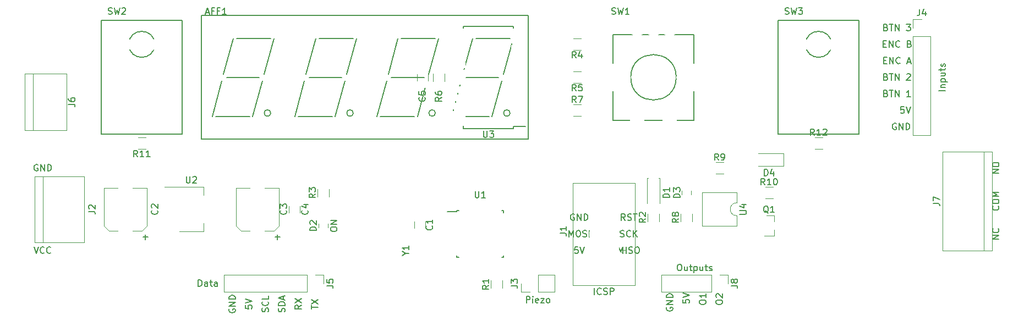
<source format=gto>
G04 #@! TF.FileFunction,Legend,Top*
%FSLAX46Y46*%
G04 Gerber Fmt 4.6, Leading zero omitted, Abs format (unit mm)*
G04 Created by KiCad (PCBNEW 4.0.7-e2-6376~58~ubuntu16.04.1) date Fri Oct 20 12:03:34 2017*
%MOMM*%
%LPD*%
G01*
G04 APERTURE LIST*
%ADD10C,0.100000*%
%ADD11C,0.200000*%
%ADD12C,0.150000*%
%ADD13C,0.120000*%
%ADD14C,2.900000*%
%ADD15C,3.400000*%
%ADD16R,2.432000X2.432000*%
%ADD17C,2.400000*%
%ADD18R,1.650000X1.400000*%
%ADD19R,2.127200X2.127200*%
%ADD20O,2.127200X2.127200*%
%ADD21R,3.400000X3.400000*%
%ADD22R,1.300000X1.200000*%
%ADD23R,1.700000X1.100000*%
%ADD24R,1.100000X1.700000*%
%ADD25C,1.924000*%
%ADD26R,2.400000X2.400000*%
%ADD27R,2.400000X1.000000*%
%ADD28R,1.600000X1.600000*%
%ADD29R,2.180000X2.400000*%
%ADD30R,2.400000X4.200000*%
%ADD31R,2.400000X1.900000*%
%ADD32R,2.100000X2.100000*%
%ADD33O,2.100000X2.100000*%
%ADD34R,2.000000X3.900000*%
%ADD35R,1.600000X1.300000*%
%ADD36R,1.300000X1.600000*%
%ADD37R,1.750000X0.800000*%
%ADD38O,1.350000X1.650000*%
%ADD39O,1.950000X1.400000*%
%ADD40C,4.400000*%
%ADD41R,2.300000X0.800000*%
%ADD42C,6.800000*%
%ADD43C,2.540000*%
%ADD44R,2.000000X0.950000*%
%ADD45R,0.950000X2.000000*%
G04 APERTURE END LIST*
D10*
D11*
X106132381Y2111571D02*
X106132381Y2302048D01*
X106180000Y2397286D01*
X106275238Y2492524D01*
X106465714Y2540143D01*
X106799048Y2540143D01*
X106989524Y2492524D01*
X107084762Y2397286D01*
X107132381Y2302048D01*
X107132381Y2111571D01*
X107084762Y2016333D01*
X106989524Y1921095D01*
X106799048Y1873476D01*
X106465714Y1873476D01*
X106275238Y1921095D01*
X106180000Y2016333D01*
X106132381Y2111571D01*
X106227619Y2921095D02*
X106180000Y2968714D01*
X106132381Y3063952D01*
X106132381Y3302048D01*
X106180000Y3397286D01*
X106227619Y3444905D01*
X106322857Y3492524D01*
X106418095Y3492524D01*
X106560952Y3444905D01*
X107132381Y2873476D01*
X107132381Y3492524D01*
X103592381Y2111571D02*
X103592381Y2302048D01*
X103640000Y2397286D01*
X103735238Y2492524D01*
X103925714Y2540143D01*
X104259048Y2540143D01*
X104449524Y2492524D01*
X104544762Y2397286D01*
X104592381Y2302048D01*
X104592381Y2111571D01*
X104544762Y2016333D01*
X104449524Y1921095D01*
X104259048Y1873476D01*
X103925714Y1873476D01*
X103735238Y1921095D01*
X103640000Y2016333D01*
X103592381Y2111571D01*
X104592381Y3492524D02*
X104592381Y2921095D01*
X104592381Y3206809D02*
X103592381Y3206809D01*
X103735238Y3111571D01*
X103830476Y3016333D01*
X103878095Y2921095D01*
X101052381Y2587762D02*
X101052381Y2111571D01*
X101528571Y2063952D01*
X101480952Y2111571D01*
X101433333Y2206809D01*
X101433333Y2444905D01*
X101480952Y2540143D01*
X101528571Y2587762D01*
X101623810Y2635381D01*
X101861905Y2635381D01*
X101957143Y2587762D01*
X102004762Y2540143D01*
X102052381Y2444905D01*
X102052381Y2206809D01*
X102004762Y2111571D01*
X101957143Y2063952D01*
X101052381Y2921095D02*
X102052381Y3254428D01*
X101052381Y3587762D01*
X98560000Y1397286D02*
X98512381Y1302048D01*
X98512381Y1159191D01*
X98560000Y1016333D01*
X98655238Y921095D01*
X98750476Y873476D01*
X98940952Y825857D01*
X99083810Y825857D01*
X99274286Y873476D01*
X99369524Y921095D01*
X99464762Y1016333D01*
X99512381Y1159191D01*
X99512381Y1254429D01*
X99464762Y1397286D01*
X99417143Y1444905D01*
X99083810Y1444905D01*
X99083810Y1254429D01*
X99512381Y1873476D02*
X98512381Y1873476D01*
X99512381Y2444905D01*
X98512381Y2444905D01*
X99512381Y2921095D02*
X98512381Y2921095D01*
X98512381Y3159190D01*
X98560000Y3302048D01*
X98655238Y3397286D01*
X98750476Y3444905D01*
X98940952Y3492524D01*
X99083810Y3492524D01*
X99274286Y3444905D01*
X99369524Y3397286D01*
X99464762Y3302048D01*
X99512381Y3159190D01*
X99512381Y2921095D01*
X46823381Y13350952D02*
X46823381Y13541429D01*
X46871000Y13636667D01*
X46966238Y13731905D01*
X47156714Y13779524D01*
X47490048Y13779524D01*
X47680524Y13731905D01*
X47775762Y13636667D01*
X47823381Y13541429D01*
X47823381Y13350952D01*
X47775762Y13255714D01*
X47680524Y13160476D01*
X47490048Y13112857D01*
X47156714Y13112857D01*
X46966238Y13160476D01*
X46871000Y13255714D01*
X46823381Y13350952D01*
X47823381Y14208095D02*
X46823381Y14208095D01*
X47823381Y14779524D01*
X46823381Y14779524D01*
X149677381Y22050476D02*
X148677381Y22050476D01*
X149677381Y22621905D01*
X148677381Y22621905D01*
X148677381Y23288571D02*
X148677381Y23479048D01*
X148725000Y23574286D01*
X148820238Y23669524D01*
X149010714Y23717143D01*
X149344048Y23717143D01*
X149534524Y23669524D01*
X149629762Y23574286D01*
X149677381Y23479048D01*
X149677381Y23288571D01*
X149629762Y23193333D01*
X149534524Y23098095D01*
X149344048Y23050476D01*
X149010714Y23050476D01*
X148820238Y23098095D01*
X148725000Y23193333D01*
X148677381Y23288571D01*
X149677381Y11914286D02*
X148677381Y11914286D01*
X149677381Y12485715D01*
X148677381Y12485715D01*
X149582143Y13533334D02*
X149629762Y13485715D01*
X149677381Y13342858D01*
X149677381Y13247620D01*
X149629762Y13104762D01*
X149534524Y13009524D01*
X149439286Y12961905D01*
X149248810Y12914286D01*
X149105952Y12914286D01*
X148915476Y12961905D01*
X148820238Y13009524D01*
X148725000Y13104762D01*
X148677381Y13247620D01*
X148677381Y13342858D01*
X148725000Y13485715D01*
X148772619Y13533334D01*
X149582143Y16994286D02*
X149629762Y16946667D01*
X149677381Y16803810D01*
X149677381Y16708572D01*
X149629762Y16565714D01*
X149534524Y16470476D01*
X149439286Y16422857D01*
X149248810Y16375238D01*
X149105952Y16375238D01*
X148915476Y16422857D01*
X148820238Y16470476D01*
X148725000Y16565714D01*
X148677381Y16708572D01*
X148677381Y16803810D01*
X148725000Y16946667D01*
X148772619Y16994286D01*
X148677381Y17613333D02*
X148677381Y17803810D01*
X148725000Y17899048D01*
X148820238Y17994286D01*
X149010714Y18041905D01*
X149344048Y18041905D01*
X149534524Y17994286D01*
X149629762Y17899048D01*
X149677381Y17803810D01*
X149677381Y17613333D01*
X149629762Y17518095D01*
X149534524Y17422857D01*
X149344048Y17375238D01*
X149010714Y17375238D01*
X148820238Y17422857D01*
X148725000Y17518095D01*
X148677381Y17613333D01*
X149677381Y18470476D02*
X148677381Y18470476D01*
X149391667Y18803810D01*
X148677381Y19137143D01*
X149677381Y19137143D01*
X1206667Y10707619D02*
X1540000Y9707619D01*
X1873334Y10707619D01*
X2778096Y9802857D02*
X2730477Y9755238D01*
X2587620Y9707619D01*
X2492382Y9707619D01*
X2349524Y9755238D01*
X2254286Y9850476D01*
X2206667Y9945714D01*
X2159048Y10136190D01*
X2159048Y10279048D01*
X2206667Y10469524D01*
X2254286Y10564762D01*
X2349524Y10660000D01*
X2492382Y10707619D01*
X2587620Y10707619D01*
X2730477Y10660000D01*
X2778096Y10612381D01*
X3778096Y9802857D02*
X3730477Y9755238D01*
X3587620Y9707619D01*
X3492382Y9707619D01*
X3349524Y9755238D01*
X3254286Y9850476D01*
X3206667Y9945714D01*
X3159048Y10136190D01*
X3159048Y10279048D01*
X3206667Y10469524D01*
X3254286Y10564762D01*
X3349524Y10660000D01*
X3492382Y10707619D01*
X3587620Y10707619D01*
X3730477Y10660000D01*
X3778096Y10612381D01*
X1778096Y23360000D02*
X1682858Y23407619D01*
X1540001Y23407619D01*
X1397143Y23360000D01*
X1301905Y23264762D01*
X1254286Y23169524D01*
X1206667Y22979048D01*
X1206667Y22836190D01*
X1254286Y22645714D01*
X1301905Y22550476D01*
X1397143Y22455238D01*
X1540001Y22407619D01*
X1635239Y22407619D01*
X1778096Y22455238D01*
X1825715Y22502857D01*
X1825715Y22836190D01*
X1635239Y22836190D01*
X2254286Y22407619D02*
X2254286Y23407619D01*
X2825715Y22407619D01*
X2825715Y23407619D01*
X3301905Y22407619D02*
X3301905Y23407619D01*
X3540000Y23407619D01*
X3682858Y23360000D01*
X3778096Y23264762D01*
X3825715Y23169524D01*
X3873334Y22979048D01*
X3873334Y22836190D01*
X3825715Y22645714D01*
X3778096Y22550476D01*
X3682858Y22455238D01*
X3540000Y22407619D01*
X3301905Y22407619D01*
X132294524Y44521429D02*
X132437381Y44473810D01*
X132485000Y44426190D01*
X132532619Y44330952D01*
X132532619Y44188095D01*
X132485000Y44092857D01*
X132437381Y44045238D01*
X132342143Y43997619D01*
X131961190Y43997619D01*
X131961190Y44997619D01*
X132294524Y44997619D01*
X132389762Y44950000D01*
X132437381Y44902381D01*
X132485000Y44807143D01*
X132485000Y44711905D01*
X132437381Y44616667D01*
X132389762Y44569048D01*
X132294524Y44521429D01*
X131961190Y44521429D01*
X132818333Y44997619D02*
X133389762Y44997619D01*
X133104047Y43997619D02*
X133104047Y44997619D01*
X133723095Y43997619D02*
X133723095Y44997619D01*
X134294524Y43997619D01*
X134294524Y44997619D01*
X135437381Y44997619D02*
X136056429Y44997619D01*
X135723095Y44616667D01*
X135865953Y44616667D01*
X135961191Y44569048D01*
X136008810Y44521429D01*
X136056429Y44426190D01*
X136056429Y44188095D01*
X136008810Y44092857D01*
X135961191Y44045238D01*
X135865953Y43997619D01*
X135580238Y43997619D01*
X135485000Y44045238D01*
X135437381Y44092857D01*
X131865952Y41981429D02*
X132199286Y41981429D01*
X132342143Y41457619D02*
X131865952Y41457619D01*
X131865952Y42457619D01*
X132342143Y42457619D01*
X132770714Y41457619D02*
X132770714Y42457619D01*
X133342143Y41457619D01*
X133342143Y42457619D01*
X134389762Y41552857D02*
X134342143Y41505238D01*
X134199286Y41457619D01*
X134104048Y41457619D01*
X133961190Y41505238D01*
X133865952Y41600476D01*
X133818333Y41695714D01*
X133770714Y41886190D01*
X133770714Y42029048D01*
X133818333Y42219524D01*
X133865952Y42314762D01*
X133961190Y42410000D01*
X134104048Y42457619D01*
X134199286Y42457619D01*
X134342143Y42410000D01*
X134389762Y42362381D01*
X135913572Y41981429D02*
X136056429Y41933810D01*
X136104048Y41886190D01*
X136151667Y41790952D01*
X136151667Y41648095D01*
X136104048Y41552857D01*
X136056429Y41505238D01*
X135961191Y41457619D01*
X135580238Y41457619D01*
X135580238Y42457619D01*
X135913572Y42457619D01*
X136008810Y42410000D01*
X136056429Y42362381D01*
X136104048Y42267143D01*
X136104048Y42171905D01*
X136056429Y42076667D01*
X136008810Y42029048D01*
X135913572Y41981429D01*
X135580238Y41981429D01*
X131937381Y39441429D02*
X132270715Y39441429D01*
X132413572Y38917619D02*
X131937381Y38917619D01*
X131937381Y39917619D01*
X132413572Y39917619D01*
X132842143Y38917619D02*
X132842143Y39917619D01*
X133413572Y38917619D01*
X133413572Y39917619D01*
X134461191Y39012857D02*
X134413572Y38965238D01*
X134270715Y38917619D01*
X134175477Y38917619D01*
X134032619Y38965238D01*
X133937381Y39060476D01*
X133889762Y39155714D01*
X133842143Y39346190D01*
X133842143Y39489048D01*
X133889762Y39679524D01*
X133937381Y39774762D01*
X134032619Y39870000D01*
X134175477Y39917619D01*
X134270715Y39917619D01*
X134413572Y39870000D01*
X134461191Y39822381D01*
X135604048Y39203333D02*
X136080239Y39203333D01*
X135508810Y38917619D02*
X135842143Y39917619D01*
X136175477Y38917619D01*
X132294524Y36901429D02*
X132437381Y36853810D01*
X132485000Y36806190D01*
X132532619Y36710952D01*
X132532619Y36568095D01*
X132485000Y36472857D01*
X132437381Y36425238D01*
X132342143Y36377619D01*
X131961190Y36377619D01*
X131961190Y37377619D01*
X132294524Y37377619D01*
X132389762Y37330000D01*
X132437381Y37282381D01*
X132485000Y37187143D01*
X132485000Y37091905D01*
X132437381Y36996667D01*
X132389762Y36949048D01*
X132294524Y36901429D01*
X131961190Y36901429D01*
X132818333Y37377619D02*
X133389762Y37377619D01*
X133104047Y36377619D02*
X133104047Y37377619D01*
X133723095Y36377619D02*
X133723095Y37377619D01*
X134294524Y36377619D01*
X134294524Y37377619D01*
X135485000Y37282381D02*
X135532619Y37330000D01*
X135627857Y37377619D01*
X135865953Y37377619D01*
X135961191Y37330000D01*
X136008810Y37282381D01*
X136056429Y37187143D01*
X136056429Y37091905D01*
X136008810Y36949048D01*
X135437381Y36377619D01*
X136056429Y36377619D01*
X132294524Y34361429D02*
X132437381Y34313810D01*
X132485000Y34266190D01*
X132532619Y34170952D01*
X132532619Y34028095D01*
X132485000Y33932857D01*
X132437381Y33885238D01*
X132342143Y33837619D01*
X131961190Y33837619D01*
X131961190Y34837619D01*
X132294524Y34837619D01*
X132389762Y34790000D01*
X132437381Y34742381D01*
X132485000Y34647143D01*
X132485000Y34551905D01*
X132437381Y34456667D01*
X132389762Y34409048D01*
X132294524Y34361429D01*
X131961190Y34361429D01*
X132818333Y34837619D02*
X133389762Y34837619D01*
X133104047Y33837619D02*
X133104047Y34837619D01*
X133723095Y33837619D02*
X133723095Y34837619D01*
X134294524Y33837619D01*
X134294524Y34837619D01*
X136056429Y33837619D02*
X135485000Y33837619D01*
X135770714Y33837619D02*
X135770714Y34837619D01*
X135675476Y34694762D01*
X135580238Y34599524D01*
X135485000Y34551905D01*
X133858096Y29710000D02*
X133762858Y29757619D01*
X133620001Y29757619D01*
X133477143Y29710000D01*
X133381905Y29614762D01*
X133334286Y29519524D01*
X133286667Y29329048D01*
X133286667Y29186190D01*
X133334286Y28995714D01*
X133381905Y28900476D01*
X133477143Y28805238D01*
X133620001Y28757619D01*
X133715239Y28757619D01*
X133858096Y28805238D01*
X133905715Y28852857D01*
X133905715Y29186190D01*
X133715239Y29186190D01*
X134334286Y28757619D02*
X134334286Y29757619D01*
X134905715Y28757619D01*
X134905715Y29757619D01*
X135381905Y28757619D02*
X135381905Y29757619D01*
X135620000Y29757619D01*
X135762858Y29710000D01*
X135858096Y29614762D01*
X135905715Y29519524D01*
X135953334Y29329048D01*
X135953334Y29186190D01*
X135905715Y28995714D01*
X135858096Y28900476D01*
X135762858Y28805238D01*
X135620000Y28757619D01*
X135381905Y28757619D01*
X135064524Y32297619D02*
X134588333Y32297619D01*
X134540714Y31821429D01*
X134588333Y31869048D01*
X134683571Y31916667D01*
X134921667Y31916667D01*
X135016905Y31869048D01*
X135064524Y31821429D01*
X135112143Y31726190D01*
X135112143Y31488095D01*
X135064524Y31392857D01*
X135016905Y31345238D01*
X134921667Y31297619D01*
X134683571Y31297619D01*
X134588333Y31345238D01*
X134540714Y31392857D01*
X135397857Y32297619D02*
X135731190Y31297619D01*
X136064524Y32297619D01*
X84899524Y10707619D02*
X84423333Y10707619D01*
X84375714Y10231429D01*
X84423333Y10279048D01*
X84518571Y10326667D01*
X84756667Y10326667D01*
X84851905Y10279048D01*
X84899524Y10231429D01*
X84947143Y10136190D01*
X84947143Y9898095D01*
X84899524Y9802857D01*
X84851905Y9755238D01*
X84756667Y9707619D01*
X84518571Y9707619D01*
X84423333Y9755238D01*
X84375714Y9802857D01*
X85232857Y10707619D02*
X85566190Y9707619D01*
X85899524Y10707619D01*
X83518572Y12247619D02*
X83518572Y13247619D01*
X83851906Y12533333D01*
X84185239Y13247619D01*
X84185239Y12247619D01*
X84851905Y13247619D02*
X85042382Y13247619D01*
X85137620Y13200000D01*
X85232858Y13104762D01*
X85280477Y12914286D01*
X85280477Y12580952D01*
X85232858Y12390476D01*
X85137620Y12295238D01*
X85042382Y12247619D01*
X84851905Y12247619D01*
X84756667Y12295238D01*
X84661429Y12390476D01*
X84613810Y12580952D01*
X84613810Y12914286D01*
X84661429Y13104762D01*
X84756667Y13200000D01*
X84851905Y13247619D01*
X85661429Y12295238D02*
X85804286Y12247619D01*
X86042382Y12247619D01*
X86137620Y12295238D01*
X86185239Y12342857D01*
X86232858Y12438095D01*
X86232858Y12533333D01*
X86185239Y12628571D01*
X86137620Y12676190D01*
X86042382Y12723810D01*
X85851905Y12771429D01*
X85756667Y12819048D01*
X85709048Y12866667D01*
X85661429Y12961905D01*
X85661429Y13057143D01*
X85709048Y13152381D01*
X85756667Y13200000D01*
X85851905Y13247619D01*
X86090001Y13247619D01*
X86232858Y13200000D01*
X86661429Y12247619D02*
X86661429Y13247619D01*
X84328096Y15740000D02*
X84232858Y15787619D01*
X84090001Y15787619D01*
X83947143Y15740000D01*
X83851905Y15644762D01*
X83804286Y15549524D01*
X83756667Y15359048D01*
X83756667Y15216190D01*
X83804286Y15025714D01*
X83851905Y14930476D01*
X83947143Y14835238D01*
X84090001Y14787619D01*
X84185239Y14787619D01*
X84328096Y14835238D01*
X84375715Y14882857D01*
X84375715Y15216190D01*
X84185239Y15216190D01*
X84804286Y14787619D02*
X84804286Y15787619D01*
X85375715Y14787619D01*
X85375715Y15787619D01*
X85851905Y14787619D02*
X85851905Y15787619D01*
X86090000Y15787619D01*
X86232858Y15740000D01*
X86328096Y15644762D01*
X86375715Y15549524D01*
X86423334Y15359048D01*
X86423334Y15216190D01*
X86375715Y15025714D01*
X86328096Y14930476D01*
X86232858Y14835238D01*
X86090000Y14787619D01*
X85851905Y14787619D01*
X91138572Y9707619D02*
X91138572Y10707619D01*
X91471906Y9993333D01*
X91805239Y10707619D01*
X91805239Y9707619D01*
X92281429Y9707619D02*
X92281429Y10707619D01*
X92710000Y9755238D02*
X92852857Y9707619D01*
X93090953Y9707619D01*
X93186191Y9755238D01*
X93233810Y9802857D01*
X93281429Y9898095D01*
X93281429Y9993333D01*
X93233810Y10088571D01*
X93186191Y10136190D01*
X93090953Y10183810D01*
X92900476Y10231429D01*
X92805238Y10279048D01*
X92757619Y10326667D01*
X92710000Y10421905D01*
X92710000Y10517143D01*
X92757619Y10612381D01*
X92805238Y10660000D01*
X92900476Y10707619D01*
X93138572Y10707619D01*
X93281429Y10660000D01*
X93900476Y10707619D02*
X94090953Y10707619D01*
X94186191Y10660000D01*
X94281429Y10564762D01*
X94329048Y10374286D01*
X94329048Y10040952D01*
X94281429Y9850476D01*
X94186191Y9755238D01*
X94090953Y9707619D01*
X93900476Y9707619D01*
X93805238Y9755238D01*
X93710000Y9850476D01*
X93662381Y10040952D01*
X93662381Y10374286D01*
X93710000Y10564762D01*
X93805238Y10660000D01*
X93900476Y10707619D01*
X91424286Y12295238D02*
X91567143Y12247619D01*
X91805239Y12247619D01*
X91900477Y12295238D01*
X91948096Y12342857D01*
X91995715Y12438095D01*
X91995715Y12533333D01*
X91948096Y12628571D01*
X91900477Y12676190D01*
X91805239Y12723810D01*
X91614762Y12771429D01*
X91519524Y12819048D01*
X91471905Y12866667D01*
X91424286Y12961905D01*
X91424286Y13057143D01*
X91471905Y13152381D01*
X91519524Y13200000D01*
X91614762Y13247619D01*
X91852858Y13247619D01*
X91995715Y13200000D01*
X92995715Y12342857D02*
X92948096Y12295238D01*
X92805239Y12247619D01*
X92710001Y12247619D01*
X92567143Y12295238D01*
X92471905Y12390476D01*
X92424286Y12485714D01*
X92376667Y12676190D01*
X92376667Y12819048D01*
X92424286Y13009524D01*
X92471905Y13104762D01*
X92567143Y13200000D01*
X92710001Y13247619D01*
X92805239Y13247619D01*
X92948096Y13200000D01*
X92995715Y13152381D01*
X93424286Y12247619D02*
X93424286Y13247619D01*
X93995715Y12247619D02*
X93567143Y12819048D01*
X93995715Y13247619D02*
X93424286Y12676190D01*
X92162381Y14787619D02*
X91829047Y15263810D01*
X91590952Y14787619D02*
X91590952Y15787619D01*
X91971905Y15787619D01*
X92067143Y15740000D01*
X92114762Y15692381D01*
X92162381Y15597143D01*
X92162381Y15454286D01*
X92114762Y15359048D01*
X92067143Y15311429D01*
X91971905Y15263810D01*
X91590952Y15263810D01*
X92543333Y14835238D02*
X92686190Y14787619D01*
X92924286Y14787619D01*
X93019524Y14835238D01*
X93067143Y14882857D01*
X93114762Y14978095D01*
X93114762Y15073333D01*
X93067143Y15168571D01*
X93019524Y15216190D01*
X92924286Y15263810D01*
X92733809Y15311429D01*
X92638571Y15359048D01*
X92590952Y15406667D01*
X92543333Y15501905D01*
X92543333Y15597143D01*
X92590952Y15692381D01*
X92638571Y15740000D01*
X92733809Y15787619D01*
X92971905Y15787619D01*
X93114762Y15740000D01*
X93400476Y15787619D02*
X93971905Y15787619D01*
X93686190Y14787619D02*
X93686190Y15787619D01*
X43902381Y1143095D02*
X43902381Y1714524D01*
X44902381Y1428809D02*
X43902381Y1428809D01*
X43902381Y1952619D02*
X44902381Y2619286D01*
X43902381Y2619286D02*
X44902381Y1952619D01*
X42362381Y1738334D02*
X41886190Y1405000D01*
X42362381Y1166905D02*
X41362381Y1166905D01*
X41362381Y1547858D01*
X41410000Y1643096D01*
X41457619Y1690715D01*
X41552857Y1738334D01*
X41695714Y1738334D01*
X41790952Y1690715D01*
X41838571Y1643096D01*
X41886190Y1547858D01*
X41886190Y1166905D01*
X41362381Y2071667D02*
X42362381Y2738334D01*
X41362381Y2738334D02*
X42362381Y2071667D01*
X39774762Y690714D02*
X39822381Y833571D01*
X39822381Y1071667D01*
X39774762Y1166905D01*
X39727143Y1214524D01*
X39631905Y1262143D01*
X39536667Y1262143D01*
X39441429Y1214524D01*
X39393810Y1166905D01*
X39346190Y1071667D01*
X39298571Y881190D01*
X39250952Y785952D01*
X39203333Y738333D01*
X39108095Y690714D01*
X39012857Y690714D01*
X38917619Y738333D01*
X38870000Y785952D01*
X38822381Y881190D01*
X38822381Y1119286D01*
X38870000Y1262143D01*
X39822381Y1690714D02*
X38822381Y1690714D01*
X38822381Y1928809D01*
X38870000Y2071667D01*
X38965238Y2166905D01*
X39060476Y2214524D01*
X39250952Y2262143D01*
X39393810Y2262143D01*
X39584286Y2214524D01*
X39679524Y2166905D01*
X39774762Y2071667D01*
X39822381Y1928809D01*
X39822381Y1690714D01*
X39536667Y2643095D02*
X39536667Y3119286D01*
X39822381Y2547857D02*
X38822381Y2881190D01*
X39822381Y3214524D01*
X37234762Y714524D02*
X37282381Y857381D01*
X37282381Y1095477D01*
X37234762Y1190715D01*
X37187143Y1238334D01*
X37091905Y1285953D01*
X36996667Y1285953D01*
X36901429Y1238334D01*
X36853810Y1190715D01*
X36806190Y1095477D01*
X36758571Y905000D01*
X36710952Y809762D01*
X36663333Y762143D01*
X36568095Y714524D01*
X36472857Y714524D01*
X36377619Y762143D01*
X36330000Y809762D01*
X36282381Y905000D01*
X36282381Y1143096D01*
X36330000Y1285953D01*
X37187143Y2285953D02*
X37234762Y2238334D01*
X37282381Y2095477D01*
X37282381Y2000239D01*
X37234762Y1857381D01*
X37139524Y1762143D01*
X37044286Y1714524D01*
X36853810Y1666905D01*
X36710952Y1666905D01*
X36520476Y1714524D01*
X36425238Y1762143D01*
X36330000Y1857381D01*
X36282381Y2000239D01*
X36282381Y2095477D01*
X36330000Y2238334D01*
X36377619Y2285953D01*
X37282381Y3190715D02*
X37282381Y2714524D01*
X36282381Y2714524D01*
X33742381Y1714524D02*
X33742381Y1238333D01*
X34218571Y1190714D01*
X34170952Y1238333D01*
X34123333Y1333571D01*
X34123333Y1571667D01*
X34170952Y1666905D01*
X34218571Y1714524D01*
X34313810Y1762143D01*
X34551905Y1762143D01*
X34647143Y1714524D01*
X34694762Y1666905D01*
X34742381Y1571667D01*
X34742381Y1333571D01*
X34694762Y1238333D01*
X34647143Y1190714D01*
X33742381Y2047857D02*
X34742381Y2381190D01*
X33742381Y2714524D01*
X31250000Y1143096D02*
X31202381Y1047858D01*
X31202381Y905001D01*
X31250000Y762143D01*
X31345238Y666905D01*
X31440476Y619286D01*
X31630952Y571667D01*
X31773810Y571667D01*
X31964286Y619286D01*
X32059524Y666905D01*
X32154762Y762143D01*
X32202381Y905001D01*
X32202381Y1000239D01*
X32154762Y1143096D01*
X32107143Y1190715D01*
X31773810Y1190715D01*
X31773810Y1000239D01*
X32202381Y1619286D02*
X31202381Y1619286D01*
X32202381Y2190715D01*
X31202381Y2190715D01*
X32202381Y2666905D02*
X31202381Y2666905D01*
X31202381Y2905000D01*
X31250000Y3047858D01*
X31345238Y3143096D01*
X31440476Y3190715D01*
X31630952Y3238334D01*
X31773810Y3238334D01*
X31964286Y3190715D01*
X32059524Y3143096D01*
X32154762Y3047858D01*
X32202381Y2905000D01*
X32202381Y2666905D01*
D12*
X77220000Y27330000D02*
X26920000Y27330000D01*
X26920000Y27330000D02*
X26920000Y46330000D01*
X26920000Y46330000D02*
X77220000Y46330000D01*
X77220000Y46330000D02*
X77220000Y27330000D01*
X67700000Y36830000D02*
X72700000Y36830000D01*
X65950000Y30830000D02*
X71200000Y30830000D01*
X73450000Y37330000D02*
X74950000Y42830000D01*
X71700000Y30830000D02*
X73200000Y36330000D01*
X67200000Y37330000D02*
X68700000Y42830000D01*
X65450000Y30830000D02*
X66950000Y36330000D01*
X69200000Y42830000D02*
X74450000Y42830000D01*
X30870000Y36830000D02*
X35870000Y36830000D01*
X29120000Y30830000D02*
X34370000Y30830000D01*
X36620000Y37330000D02*
X38120000Y42830000D01*
X34870000Y30830000D02*
X36370000Y36330000D01*
X30370000Y37330000D02*
X31870000Y42830000D01*
X28620000Y30830000D02*
X30120000Y36330000D01*
X32370000Y42830000D02*
X37620000Y42830000D01*
X45070000Y42830000D02*
X50320000Y42830000D01*
X41320000Y30830000D02*
X42820000Y36330000D01*
X43070000Y37330000D02*
X44570000Y42830000D01*
X47570000Y30830000D02*
X49070000Y36330000D01*
X49320000Y37330000D02*
X50820000Y42830000D01*
X41820000Y30830000D02*
X47070000Y30830000D01*
X43570000Y36830000D02*
X48570000Y36830000D01*
X61955000Y37330000D02*
X63455000Y42830000D01*
X57705000Y42830000D02*
X62955000Y42830000D01*
X55705000Y37330000D02*
X57205000Y42830000D01*
X56205000Y36830000D02*
X61205000Y36830000D01*
X54455000Y30830000D02*
X59705000Y30830000D01*
X53955000Y30830000D02*
X55455000Y36330000D01*
X60205000Y30830000D02*
X61705000Y36330000D01*
X74450000Y31330000D02*
G75*
G03X74450000Y31330000I-500000J0D01*
G01*
X37620000Y31330000D02*
G75*
G03X37620000Y31330000I-500000J0D01*
G01*
X62955000Y31330000D02*
G75*
G03X62955000Y31330000I-500000J0D01*
G01*
X50320000Y31330000D02*
G75*
G03X50320000Y31330000I-500000J0D01*
G01*
D13*
X61810000Y36330000D02*
X61810000Y37330000D01*
X60110000Y37330000D02*
X60110000Y36330000D01*
X84100000Y4830000D02*
X84100000Y20570000D01*
X84100000Y20570000D02*
X93700000Y20570000D01*
X93700000Y20570000D02*
X93700000Y4830000D01*
X93700000Y4830000D02*
X84100000Y4830000D01*
X148590000Y10160000D02*
X140970000Y10160000D01*
X148590000Y25400000D02*
X140970000Y25400000D01*
X147320000Y10160000D02*
X147320000Y25400000D01*
X140970000Y10160000D02*
X140970000Y25400000D01*
X148590000Y10160000D02*
X148590000Y25400000D01*
X2540000Y11430000D02*
X2540000Y21590000D01*
X1270000Y11430000D02*
X8890000Y11430000D01*
X8890000Y11430000D02*
X8890000Y21590000D01*
X8890000Y21590000D02*
X1270000Y21590000D01*
X1270000Y21590000D02*
X1270000Y11430000D01*
X115060000Y12390000D02*
X115060000Y13320000D01*
X115060000Y15550000D02*
X115060000Y14620000D01*
X115060000Y15550000D02*
X112900000Y15550000D01*
X115060000Y12390000D02*
X113600000Y12390000D01*
X97400000Y15840000D02*
X97400000Y14640000D01*
X95640000Y14640000D02*
X95640000Y15840000D01*
X64380000Y37430000D02*
X64380000Y36230000D01*
X62620000Y36230000D02*
X62620000Y37430000D01*
X84175000Y42790000D02*
X85375000Y42790000D01*
X85375000Y41030000D02*
X84175000Y41030000D01*
X84170000Y37710000D02*
X85370000Y37710000D01*
X85370000Y35950000D02*
X84170000Y35950000D01*
X17180000Y27550000D02*
X18380000Y27550000D01*
X18380000Y25790000D02*
X17180000Y25790000D01*
X102480000Y15840000D02*
X102480000Y14640000D01*
X100720000Y14640000D02*
X100720000Y15840000D01*
X107280000Y21980000D02*
X106080000Y21980000D01*
X106080000Y23740000D02*
X107280000Y23740000D01*
X114900000Y18170000D02*
X113700000Y18170000D01*
X113700000Y19930000D02*
X114900000Y19930000D01*
D12*
X19780000Y41910000D02*
G75*
G03X19780000Y41910000I-2000000J0D01*
G01*
X11580000Y28080000D02*
X23980000Y28080000D01*
X11580000Y45580000D02*
X11580000Y28080000D01*
X11580000Y45580000D02*
X23980000Y45580000D01*
X23980000Y45580000D02*
X23980000Y28080000D01*
X74995000Y28955000D02*
X74995000Y29230000D01*
X67245000Y28955000D02*
X67245000Y29320000D01*
X67245000Y44705000D02*
X67245000Y44340000D01*
X74995000Y44705000D02*
X74995000Y44340000D01*
X74995000Y28955000D02*
X67245000Y28955000D01*
X74995000Y44705000D02*
X67245000Y44705000D01*
X74995000Y29230000D02*
X76820000Y29230000D01*
D13*
X100900000Y17250000D02*
X102300000Y17250000D01*
X102300000Y17250000D02*
X102300000Y20050000D01*
X100900000Y17250000D02*
X100900000Y20050000D01*
X46420000Y15770000D02*
X45020000Y15770000D01*
X45020000Y15770000D02*
X45020000Y12970000D01*
X46420000Y15770000D02*
X46420000Y12970000D01*
X46600000Y19650000D02*
X46600000Y18450000D01*
X44840000Y18450000D02*
X44840000Y19650000D01*
X109340000Y17510000D02*
X109340000Y19080000D01*
X109340000Y19080000D02*
X104020000Y19080000D01*
X104020000Y19080000D02*
X104020000Y13940000D01*
X104020000Y13940000D02*
X109340000Y13940000D01*
X109340000Y13940000D02*
X109340000Y15510000D01*
X109340000Y15510000D02*
G75*
G02X109340000Y17510000I0J1000000D01*
G01*
X27310000Y13100000D02*
X27310000Y14360000D01*
X27310000Y19920000D02*
X27310000Y18660000D01*
X23550000Y13100000D02*
X27310000Y13100000D01*
X21300000Y19920000D02*
X27310000Y19920000D01*
X78740000Y3750000D02*
X81340000Y3750000D01*
X81340000Y3750000D02*
X81340000Y6410000D01*
X81340000Y6410000D02*
X78740000Y6410000D01*
X78740000Y6410000D02*
X78740000Y3750000D01*
X77470000Y3750000D02*
X76140000Y3750000D01*
X76140000Y3750000D02*
X76140000Y5080000D01*
X73270000Y5555500D02*
X73270000Y4355500D01*
X71510000Y4355500D02*
X71510000Y5555500D01*
X122520000Y25790000D02*
X121320000Y25790000D01*
X121320000Y27550000D02*
X122520000Y27550000D01*
D12*
X123920000Y41910000D02*
G75*
G03X123920000Y41910000I-2000000J0D01*
G01*
X115720000Y28080000D02*
X128120000Y28080000D01*
X115720000Y45580000D02*
X115720000Y28080000D01*
X115720000Y45580000D02*
X128120000Y45580000D01*
X128120000Y45580000D02*
X128120000Y28080000D01*
D13*
X43180000Y6410000D02*
X30420000Y6410000D01*
X30420000Y6410000D02*
X30420000Y3750000D01*
X30420000Y3750000D02*
X43180000Y3750000D01*
X43180000Y3750000D02*
X43180000Y6410000D01*
X44450000Y6410000D02*
X45780000Y6410000D01*
X45780000Y6410000D02*
X45780000Y5080000D01*
X18540000Y19810000D02*
X16360000Y19810000D01*
X11940000Y19810000D02*
X14120000Y19810000D01*
X17780000Y13210000D02*
X16360000Y13210000D01*
X12700000Y13210000D02*
X14120000Y13210000D01*
X18540000Y19810000D02*
X18540000Y13970000D01*
X18540000Y13970000D02*
X17780000Y13210000D01*
X12700000Y13210000D02*
X11940000Y13970000D01*
X11940000Y13970000D02*
X11940000Y19810000D01*
X38860000Y19810000D02*
X36680000Y19810000D01*
X32260000Y19810000D02*
X34440000Y19810000D01*
X38100000Y13210000D02*
X36680000Y13210000D01*
X33020000Y13210000D02*
X34440000Y13210000D01*
X38860000Y19810000D02*
X38860000Y13970000D01*
X38860000Y13970000D02*
X38100000Y13210000D01*
X33020000Y13210000D02*
X32260000Y13970000D01*
X32260000Y13970000D02*
X32260000Y19810000D01*
X97520000Y21300000D02*
X95520000Y21300000D01*
X95520000Y21300000D02*
X95520000Y17400000D01*
X97520000Y21300000D02*
X97520000Y17400000D01*
X116550000Y23130000D02*
X116550000Y25130000D01*
X116550000Y25130000D02*
X112650000Y25130000D01*
X116550000Y23130000D02*
X112650000Y23130000D01*
X-220000Y37370000D02*
X-220000Y28670000D01*
X6190000Y37370000D02*
X6190000Y28670000D01*
X6190000Y28670000D02*
X-220000Y28670000D01*
X1010000Y28670000D02*
X1010000Y37370000D01*
X-220000Y37370000D02*
X6190000Y37370000D01*
X85375000Y30870000D02*
X84175000Y30870000D01*
X84175000Y32630000D02*
X85375000Y32630000D01*
D12*
X102720000Y30230000D02*
X90320000Y30230000D01*
X90320000Y30230000D02*
X90320000Y43430000D01*
X102720000Y43430000D02*
X90320000Y43430000D01*
X102720000Y30230000D02*
X102720000Y43430000D01*
X100020000Y36830000D02*
G75*
G03X100020000Y36830000I-3500000J0D01*
G01*
D13*
X136465000Y43180000D02*
X136465000Y27880000D01*
X136465000Y27880000D02*
X139125000Y27880000D01*
X139125000Y27880000D02*
X139125000Y43180000D01*
X139125000Y43180000D02*
X136465000Y43180000D01*
X136465000Y44450000D02*
X136465000Y45780000D01*
X136465000Y45780000D02*
X137795000Y45780000D01*
X40425000Y17010000D02*
X40425000Y16010000D01*
X42125000Y16010000D02*
X42125000Y17010000D01*
X61429000Y13613000D02*
X61429000Y14613000D01*
X59729000Y14613000D02*
X59729000Y13613000D01*
D12*
X66225000Y16325000D02*
X66225000Y16100000D01*
X73475000Y16325000D02*
X73475000Y16000000D01*
X73475000Y9075000D02*
X73475000Y9400000D01*
X66225000Y9075000D02*
X66225000Y9400000D01*
X66225000Y16325000D02*
X66550000Y16325000D01*
X66225000Y9075000D02*
X66550000Y9075000D01*
X73475000Y9075000D02*
X73150000Y9075000D01*
X73475000Y16325000D02*
X73150000Y16325000D01*
X66225000Y16100000D02*
X64800000Y16100000D01*
D13*
X97730000Y6410000D02*
X97730000Y3750000D01*
X105410000Y6410000D02*
X97730000Y6410000D01*
X105410000Y3750000D02*
X97730000Y3750000D01*
X105410000Y6410000D02*
X105410000Y3750000D01*
X106680000Y6410000D02*
X108010000Y6410000D01*
X108010000Y6410000D02*
X108010000Y5080000D01*
D12*
X27638571Y46823333D02*
X28114762Y46823333D01*
X27543333Y46537619D02*
X27876666Y47537619D01*
X28210000Y46537619D01*
X28876667Y47061429D02*
X28543333Y47061429D01*
X28543333Y46537619D02*
X28543333Y47537619D01*
X29019524Y47537619D01*
X29733810Y47061429D02*
X29400476Y47061429D01*
X29400476Y46537619D02*
X29400476Y47537619D01*
X29876667Y47537619D01*
X30781429Y46537619D02*
X30210000Y46537619D01*
X30495714Y46537619D02*
X30495714Y47537619D01*
X30400476Y47394762D01*
X30305238Y47299524D01*
X30210000Y47251905D01*
X61317143Y33742334D02*
X61364762Y33694715D01*
X61412381Y33551858D01*
X61412381Y33456620D01*
X61364762Y33313762D01*
X61269524Y33218524D01*
X61174286Y33170905D01*
X60983810Y33123286D01*
X60840952Y33123286D01*
X60650476Y33170905D01*
X60555238Y33218524D01*
X60460000Y33313762D01*
X60412381Y33456620D01*
X60412381Y33551858D01*
X60460000Y33694715D01*
X60507619Y33742334D01*
X60412381Y34647096D02*
X60412381Y34170905D01*
X60888571Y34123286D01*
X60840952Y34170905D01*
X60793333Y34266143D01*
X60793333Y34504239D01*
X60840952Y34599477D01*
X60888571Y34647096D01*
X60983810Y34694715D01*
X61221905Y34694715D01*
X61317143Y34647096D01*
X61364762Y34599477D01*
X61412381Y34504239D01*
X61412381Y34266143D01*
X61364762Y34170905D01*
X61317143Y34123286D01*
X82122381Y12826667D02*
X82836667Y12826667D01*
X82979524Y12779047D01*
X83074762Y12683809D01*
X83122381Y12540952D01*
X83122381Y12445714D01*
X83122381Y13826667D02*
X83122381Y13255238D01*
X83122381Y13540952D02*
X82122381Y13540952D01*
X82265238Y13445714D01*
X82360476Y13350476D01*
X82408095Y13255238D01*
X87423810Y3357619D02*
X87423810Y4357619D01*
X88471429Y3452857D02*
X88423810Y3405238D01*
X88280953Y3357619D01*
X88185715Y3357619D01*
X88042857Y3405238D01*
X87947619Y3500476D01*
X87900000Y3595714D01*
X87852381Y3786190D01*
X87852381Y3929048D01*
X87900000Y4119524D01*
X87947619Y4214762D01*
X88042857Y4310000D01*
X88185715Y4357619D01*
X88280953Y4357619D01*
X88423810Y4310000D01*
X88471429Y4262381D01*
X88852381Y3405238D02*
X88995238Y3357619D01*
X89233334Y3357619D01*
X89328572Y3405238D01*
X89376191Y3452857D01*
X89423810Y3548095D01*
X89423810Y3643333D01*
X89376191Y3738571D01*
X89328572Y3786190D01*
X89233334Y3833810D01*
X89042857Y3881429D01*
X88947619Y3929048D01*
X88900000Y3976667D01*
X88852381Y4071905D01*
X88852381Y4167143D01*
X88900000Y4262381D01*
X88947619Y4310000D01*
X89042857Y4357619D01*
X89280953Y4357619D01*
X89423810Y4310000D01*
X89852381Y3357619D02*
X89852381Y4357619D01*
X90233334Y4357619D01*
X90328572Y4310000D01*
X90376191Y4262381D01*
X90423810Y4167143D01*
X90423810Y4024286D01*
X90376191Y3929048D01*
X90328572Y3881429D01*
X90233334Y3833810D01*
X89852381Y3833810D01*
D13*
X92342381Y10465715D02*
X92342381Y9894286D01*
X92342381Y10180000D02*
X91342381Y10180000D01*
X91485238Y10084762D01*
X91580476Y9989524D01*
X91628095Y9894286D01*
D12*
X139582381Y17416667D02*
X140296667Y17416667D01*
X140439524Y17369047D01*
X140534762Y17273809D01*
X140582381Y17130952D01*
X140582381Y17035714D01*
X139582381Y17797619D02*
X139582381Y18464286D01*
X140582381Y18035714D01*
X9612381Y16176667D02*
X10326667Y16176667D01*
X10469524Y16129047D01*
X10564762Y16033809D01*
X10612381Y15890952D01*
X10612381Y15795714D01*
X9707619Y16605238D02*
X9660000Y16652857D01*
X9612381Y16748095D01*
X9612381Y16986191D01*
X9660000Y17081429D01*
X9707619Y17129048D01*
X9802857Y17176667D01*
X9898095Y17176667D01*
X10040952Y17129048D01*
X10612381Y16557619D01*
X10612381Y17176667D01*
X114204762Y15922381D02*
X114109524Y15970000D01*
X114014286Y16065238D01*
X113871429Y16208095D01*
X113776190Y16255714D01*
X113680952Y16255714D01*
X113728571Y16017619D02*
X113633333Y16065238D01*
X113538095Y16160476D01*
X113490476Y16350952D01*
X113490476Y16684286D01*
X113538095Y16874762D01*
X113633333Y16970000D01*
X113728571Y17017619D01*
X113919048Y17017619D01*
X114014286Y16970000D01*
X114109524Y16874762D01*
X114157143Y16684286D01*
X114157143Y16350952D01*
X114109524Y16160476D01*
X114014286Y16065238D01*
X113919048Y16017619D01*
X113728571Y16017619D01*
X115109524Y16017619D02*
X114538095Y16017619D01*
X114823809Y16017619D02*
X114823809Y17017619D01*
X114728571Y16874762D01*
X114633333Y16779524D01*
X114538095Y16731905D01*
X95322381Y15073334D02*
X94846190Y14740000D01*
X95322381Y14501905D02*
X94322381Y14501905D01*
X94322381Y14882858D01*
X94370000Y14978096D01*
X94417619Y15025715D01*
X94512857Y15073334D01*
X94655714Y15073334D01*
X94750952Y15025715D01*
X94798571Y14978096D01*
X94846190Y14882858D01*
X94846190Y14501905D01*
X94417619Y15454286D02*
X94370000Y15501905D01*
X94322381Y15597143D01*
X94322381Y15835239D01*
X94370000Y15930477D01*
X94417619Y15978096D01*
X94512857Y16025715D01*
X94608095Y16025715D01*
X94750952Y15978096D01*
X95322381Y15406667D01*
X95322381Y16025715D01*
X63952381Y33742334D02*
X63476190Y33409000D01*
X63952381Y33170905D02*
X62952381Y33170905D01*
X62952381Y33551858D01*
X63000000Y33647096D01*
X63047619Y33694715D01*
X63142857Y33742334D01*
X63285714Y33742334D01*
X63380952Y33694715D01*
X63428571Y33647096D01*
X63476190Y33551858D01*
X63476190Y33170905D01*
X62952381Y34599477D02*
X62952381Y34409000D01*
X63000000Y34313762D01*
X63047619Y34266143D01*
X63190476Y34170905D01*
X63380952Y34123286D01*
X63761905Y34123286D01*
X63857143Y34170905D01*
X63904762Y34218524D01*
X63952381Y34313762D01*
X63952381Y34504239D01*
X63904762Y34599477D01*
X63857143Y34647096D01*
X63761905Y34694715D01*
X63523810Y34694715D01*
X63428571Y34647096D01*
X63380952Y34599477D01*
X63333333Y34504239D01*
X63333333Y34313762D01*
X63380952Y34218524D01*
X63428571Y34170905D01*
X63523810Y34123286D01*
X84608334Y39807619D02*
X84275000Y40283810D01*
X84036905Y39807619D02*
X84036905Y40807619D01*
X84417858Y40807619D01*
X84513096Y40760000D01*
X84560715Y40712381D01*
X84608334Y40617143D01*
X84608334Y40474286D01*
X84560715Y40379048D01*
X84513096Y40331429D01*
X84417858Y40283810D01*
X84036905Y40283810D01*
X85465477Y40474286D02*
X85465477Y39807619D01*
X85227381Y40855238D02*
X84989286Y40140952D01*
X85608334Y40140952D01*
X84603334Y34727619D02*
X84270000Y35203810D01*
X84031905Y34727619D02*
X84031905Y35727619D01*
X84412858Y35727619D01*
X84508096Y35680000D01*
X84555715Y35632381D01*
X84603334Y35537143D01*
X84603334Y35394286D01*
X84555715Y35299048D01*
X84508096Y35251429D01*
X84412858Y35203810D01*
X84031905Y35203810D01*
X85508096Y35727619D02*
X85031905Y35727619D01*
X84984286Y35251429D01*
X85031905Y35299048D01*
X85127143Y35346667D01*
X85365239Y35346667D01*
X85460477Y35299048D01*
X85508096Y35251429D01*
X85555715Y35156190D01*
X85555715Y34918095D01*
X85508096Y34822857D01*
X85460477Y34775238D01*
X85365239Y34727619D01*
X85127143Y34727619D01*
X85031905Y34775238D01*
X84984286Y34822857D01*
X17137143Y24567619D02*
X16803809Y25043810D01*
X16565714Y24567619D02*
X16565714Y25567619D01*
X16946667Y25567619D01*
X17041905Y25520000D01*
X17089524Y25472381D01*
X17137143Y25377143D01*
X17137143Y25234286D01*
X17089524Y25139048D01*
X17041905Y25091429D01*
X16946667Y25043810D01*
X16565714Y25043810D01*
X18089524Y24567619D02*
X17518095Y24567619D01*
X17803809Y24567619D02*
X17803809Y25567619D01*
X17708571Y25424762D01*
X17613333Y25329524D01*
X17518095Y25281905D01*
X19041905Y24567619D02*
X18470476Y24567619D01*
X18756190Y24567619D02*
X18756190Y25567619D01*
X18660952Y25424762D01*
X18565714Y25329524D01*
X18470476Y25281905D01*
X100402381Y15073334D02*
X99926190Y14740000D01*
X100402381Y14501905D02*
X99402381Y14501905D01*
X99402381Y14882858D01*
X99450000Y14978096D01*
X99497619Y15025715D01*
X99592857Y15073334D01*
X99735714Y15073334D01*
X99830952Y15025715D01*
X99878571Y14978096D01*
X99926190Y14882858D01*
X99926190Y14501905D01*
X99830952Y15644762D02*
X99783333Y15549524D01*
X99735714Y15501905D01*
X99640476Y15454286D01*
X99592857Y15454286D01*
X99497619Y15501905D01*
X99450000Y15549524D01*
X99402381Y15644762D01*
X99402381Y15835239D01*
X99450000Y15930477D01*
X99497619Y15978096D01*
X99592857Y16025715D01*
X99640476Y16025715D01*
X99735714Y15978096D01*
X99783333Y15930477D01*
X99830952Y15835239D01*
X99830952Y15644762D01*
X99878571Y15549524D01*
X99926190Y15501905D01*
X100021429Y15454286D01*
X100211905Y15454286D01*
X100307143Y15501905D01*
X100354762Y15549524D01*
X100402381Y15644762D01*
X100402381Y15835239D01*
X100354762Y15930477D01*
X100307143Y15978096D01*
X100211905Y16025715D01*
X100021429Y16025715D01*
X99926190Y15978096D01*
X99878571Y15930477D01*
X99830952Y15835239D01*
X106513334Y24057619D02*
X106180000Y24533810D01*
X105941905Y24057619D02*
X105941905Y25057619D01*
X106322858Y25057619D01*
X106418096Y25010000D01*
X106465715Y24962381D01*
X106513334Y24867143D01*
X106513334Y24724286D01*
X106465715Y24629048D01*
X106418096Y24581429D01*
X106322858Y24533810D01*
X105941905Y24533810D01*
X106989524Y24057619D02*
X107180000Y24057619D01*
X107275239Y24105238D01*
X107322858Y24152857D01*
X107418096Y24295714D01*
X107465715Y24486190D01*
X107465715Y24867143D01*
X107418096Y24962381D01*
X107370477Y25010000D01*
X107275239Y25057619D01*
X107084762Y25057619D01*
X106989524Y25010000D01*
X106941905Y24962381D01*
X106894286Y24867143D01*
X106894286Y24629048D01*
X106941905Y24533810D01*
X106989524Y24486190D01*
X107084762Y24438571D01*
X107275239Y24438571D01*
X107370477Y24486190D01*
X107418096Y24533810D01*
X107465715Y24629048D01*
X113657143Y20247619D02*
X113323809Y20723810D01*
X113085714Y20247619D02*
X113085714Y21247619D01*
X113466667Y21247619D01*
X113561905Y21200000D01*
X113609524Y21152381D01*
X113657143Y21057143D01*
X113657143Y20914286D01*
X113609524Y20819048D01*
X113561905Y20771429D01*
X113466667Y20723810D01*
X113085714Y20723810D01*
X114609524Y20247619D02*
X114038095Y20247619D01*
X114323809Y20247619D02*
X114323809Y21247619D01*
X114228571Y21104762D01*
X114133333Y21009524D01*
X114038095Y20961905D01*
X115228571Y21247619D02*
X115323810Y21247619D01*
X115419048Y21200000D01*
X115466667Y21152381D01*
X115514286Y21057143D01*
X115561905Y20866667D01*
X115561905Y20628571D01*
X115514286Y20438095D01*
X115466667Y20342857D01*
X115419048Y20295238D01*
X115323810Y20247619D01*
X115228571Y20247619D01*
X115133333Y20295238D01*
X115085714Y20342857D01*
X115038095Y20438095D01*
X114990476Y20628571D01*
X114990476Y20866667D01*
X115038095Y21057143D01*
X115085714Y21152381D01*
X115133333Y21200000D01*
X115228571Y21247619D01*
X12636667Y46585238D02*
X12779524Y46537619D01*
X13017620Y46537619D01*
X13112858Y46585238D01*
X13160477Y46632857D01*
X13208096Y46728095D01*
X13208096Y46823333D01*
X13160477Y46918571D01*
X13112858Y46966190D01*
X13017620Y47013810D01*
X12827143Y47061429D01*
X12731905Y47109048D01*
X12684286Y47156667D01*
X12636667Y47251905D01*
X12636667Y47347143D01*
X12684286Y47442381D01*
X12731905Y47490000D01*
X12827143Y47537619D01*
X13065239Y47537619D01*
X13208096Y47490000D01*
X13541429Y47537619D02*
X13779524Y46537619D01*
X13970001Y47251905D01*
X14160477Y46537619D01*
X14398572Y47537619D01*
X14731905Y47442381D02*
X14779524Y47490000D01*
X14874762Y47537619D01*
X15112858Y47537619D01*
X15208096Y47490000D01*
X15255715Y47442381D01*
X15303334Y47347143D01*
X15303334Y47251905D01*
X15255715Y47109048D01*
X14684286Y46537619D01*
X15303334Y46537619D01*
X70358095Y28577619D02*
X70358095Y27768095D01*
X70405714Y27672857D01*
X70453333Y27625238D01*
X70548571Y27577619D01*
X70739048Y27577619D01*
X70834286Y27625238D01*
X70881905Y27672857D01*
X70929524Y27768095D01*
X70929524Y28577619D01*
X71310476Y28577619D02*
X71929524Y28577619D01*
X71596190Y28196667D01*
X71739048Y28196667D01*
X71834286Y28149048D01*
X71881905Y28101429D01*
X71929524Y28006190D01*
X71929524Y27768095D01*
X71881905Y27672857D01*
X71834286Y27625238D01*
X71739048Y27577619D01*
X71453333Y27577619D01*
X71358095Y27625238D01*
X71310476Y27672857D01*
X100602381Y18311905D02*
X99602381Y18311905D01*
X99602381Y18550000D01*
X99650000Y18692858D01*
X99745238Y18788096D01*
X99840476Y18835715D01*
X100030952Y18883334D01*
X100173810Y18883334D01*
X100364286Y18835715D01*
X100459524Y18788096D01*
X100554762Y18692858D01*
X100602381Y18550000D01*
X100602381Y18311905D01*
X99602381Y19216667D02*
X99602381Y19835715D01*
X99983333Y19502381D01*
X99983333Y19645239D01*
X100030952Y19740477D01*
X100078571Y19788096D01*
X100173810Y19835715D01*
X100411905Y19835715D01*
X100507143Y19788096D01*
X100554762Y19740477D01*
X100602381Y19645239D01*
X100602381Y19359524D01*
X100554762Y19264286D01*
X100507143Y19216667D01*
X44648381Y13231905D02*
X43648381Y13231905D01*
X43648381Y13470000D01*
X43696000Y13612858D01*
X43791238Y13708096D01*
X43886476Y13755715D01*
X44076952Y13803334D01*
X44219810Y13803334D01*
X44410286Y13755715D01*
X44505524Y13708096D01*
X44600762Y13612858D01*
X44648381Y13470000D01*
X44648381Y13231905D01*
X43743619Y14184286D02*
X43696000Y14231905D01*
X43648381Y14327143D01*
X43648381Y14565239D01*
X43696000Y14660477D01*
X43743619Y14708096D01*
X43838857Y14755715D01*
X43934095Y14755715D01*
X44076952Y14708096D01*
X44648381Y14136667D01*
X44648381Y14755715D01*
X44522381Y18883334D02*
X44046190Y18550000D01*
X44522381Y18311905D02*
X43522381Y18311905D01*
X43522381Y18692858D01*
X43570000Y18788096D01*
X43617619Y18835715D01*
X43712857Y18883334D01*
X43855714Y18883334D01*
X43950952Y18835715D01*
X43998571Y18788096D01*
X44046190Y18692858D01*
X44046190Y18311905D01*
X43522381Y19216667D02*
X43522381Y19835715D01*
X43903333Y19502381D01*
X43903333Y19645239D01*
X43950952Y19740477D01*
X43998571Y19788096D01*
X44093810Y19835715D01*
X44331905Y19835715D01*
X44427143Y19788096D01*
X44474762Y19740477D01*
X44522381Y19645239D01*
X44522381Y19359524D01*
X44474762Y19264286D01*
X44427143Y19216667D01*
X109792381Y15748095D02*
X110601905Y15748095D01*
X110697143Y15795714D01*
X110744762Y15843333D01*
X110792381Y15938571D01*
X110792381Y16129048D01*
X110744762Y16224286D01*
X110697143Y16271905D01*
X110601905Y16319524D01*
X109792381Y16319524D01*
X110125714Y17224286D02*
X110792381Y17224286D01*
X109744762Y16986190D02*
X110459048Y16748095D01*
X110459048Y17367143D01*
X24638095Y21557619D02*
X24638095Y20748095D01*
X24685714Y20652857D01*
X24733333Y20605238D01*
X24828571Y20557619D01*
X25019048Y20557619D01*
X25114286Y20605238D01*
X25161905Y20652857D01*
X25209524Y20748095D01*
X25209524Y21557619D01*
X25638095Y21462381D02*
X25685714Y21510000D01*
X25780952Y21557619D01*
X26019048Y21557619D01*
X26114286Y21510000D01*
X26161905Y21462381D01*
X26209524Y21367143D01*
X26209524Y21271905D01*
X26161905Y21129048D01*
X25590476Y20557619D01*
X26209524Y20557619D01*
X74592381Y4746667D02*
X75306667Y4746667D01*
X75449524Y4699047D01*
X75544762Y4603809D01*
X75592381Y4460952D01*
X75592381Y4365714D01*
X74592381Y5127619D02*
X74592381Y5746667D01*
X74973333Y5413333D01*
X74973333Y5556191D01*
X75020952Y5651429D01*
X75068571Y5699048D01*
X75163810Y5746667D01*
X75401905Y5746667D01*
X75497143Y5699048D01*
X75544762Y5651429D01*
X75592381Y5556191D01*
X75592381Y5270476D01*
X75544762Y5175238D01*
X75497143Y5127619D01*
X76954286Y2087619D02*
X76954286Y3087619D01*
X77335239Y3087619D01*
X77430477Y3040000D01*
X77478096Y2992381D01*
X77525715Y2897143D01*
X77525715Y2754286D01*
X77478096Y2659048D01*
X77430477Y2611429D01*
X77335239Y2563810D01*
X76954286Y2563810D01*
X77954286Y2087619D02*
X77954286Y2754286D01*
X77954286Y3087619D02*
X77906667Y3040000D01*
X77954286Y2992381D01*
X78001905Y3040000D01*
X77954286Y3087619D01*
X77954286Y2992381D01*
X78811429Y2135238D02*
X78716191Y2087619D01*
X78525714Y2087619D01*
X78430476Y2135238D01*
X78382857Y2230476D01*
X78382857Y2611429D01*
X78430476Y2706667D01*
X78525714Y2754286D01*
X78716191Y2754286D01*
X78811429Y2706667D01*
X78859048Y2611429D01*
X78859048Y2516190D01*
X78382857Y2420952D01*
X79192381Y2754286D02*
X79716191Y2754286D01*
X79192381Y2087619D01*
X79716191Y2087619D01*
X80240000Y2087619D02*
X80144762Y2135238D01*
X80097143Y2182857D01*
X80049524Y2278095D01*
X80049524Y2563810D01*
X80097143Y2659048D01*
X80144762Y2706667D01*
X80240000Y2754286D01*
X80382858Y2754286D01*
X80478096Y2706667D01*
X80525715Y2659048D01*
X80573334Y2563810D01*
X80573334Y2278095D01*
X80525715Y2182857D01*
X80478096Y2135238D01*
X80382858Y2087619D01*
X80240000Y2087619D01*
X71192381Y4788834D02*
X70716190Y4455500D01*
X71192381Y4217405D02*
X70192381Y4217405D01*
X70192381Y4598358D01*
X70240000Y4693596D01*
X70287619Y4741215D01*
X70382857Y4788834D01*
X70525714Y4788834D01*
X70620952Y4741215D01*
X70668571Y4693596D01*
X70716190Y4598358D01*
X70716190Y4217405D01*
X71192381Y5741215D02*
X71192381Y5169786D01*
X71192381Y5455500D02*
X70192381Y5455500D01*
X70335238Y5360262D01*
X70430476Y5265024D01*
X70478095Y5169786D01*
X121277143Y27867619D02*
X120943809Y28343810D01*
X120705714Y27867619D02*
X120705714Y28867619D01*
X121086667Y28867619D01*
X121181905Y28820000D01*
X121229524Y28772381D01*
X121277143Y28677143D01*
X121277143Y28534286D01*
X121229524Y28439048D01*
X121181905Y28391429D01*
X121086667Y28343810D01*
X120705714Y28343810D01*
X122229524Y27867619D02*
X121658095Y27867619D01*
X121943809Y27867619D02*
X121943809Y28867619D01*
X121848571Y28724762D01*
X121753333Y28629524D01*
X121658095Y28581905D01*
X122610476Y28772381D02*
X122658095Y28820000D01*
X122753333Y28867619D01*
X122991429Y28867619D01*
X123086667Y28820000D01*
X123134286Y28772381D01*
X123181905Y28677143D01*
X123181905Y28581905D01*
X123134286Y28439048D01*
X122562857Y27867619D01*
X123181905Y27867619D01*
X116776667Y46585238D02*
X116919524Y46537619D01*
X117157620Y46537619D01*
X117252858Y46585238D01*
X117300477Y46632857D01*
X117348096Y46728095D01*
X117348096Y46823333D01*
X117300477Y46918571D01*
X117252858Y46966190D01*
X117157620Y47013810D01*
X116967143Y47061429D01*
X116871905Y47109048D01*
X116824286Y47156667D01*
X116776667Y47251905D01*
X116776667Y47347143D01*
X116824286Y47442381D01*
X116871905Y47490000D01*
X116967143Y47537619D01*
X117205239Y47537619D01*
X117348096Y47490000D01*
X117681429Y47537619D02*
X117919524Y46537619D01*
X118110001Y47251905D01*
X118300477Y46537619D01*
X118538572Y47537619D01*
X118824286Y47537619D02*
X119443334Y47537619D01*
X119110000Y47156667D01*
X119252858Y47156667D01*
X119348096Y47109048D01*
X119395715Y47061429D01*
X119443334Y46966190D01*
X119443334Y46728095D01*
X119395715Y46632857D01*
X119348096Y46585238D01*
X119252858Y46537619D01*
X118967143Y46537619D01*
X118871905Y46585238D01*
X118824286Y46632857D01*
X46232381Y4746667D02*
X46946667Y4746667D01*
X47089524Y4699047D01*
X47184762Y4603809D01*
X47232381Y4460952D01*
X47232381Y4365714D01*
X46232381Y5699048D02*
X46232381Y5222857D01*
X46708571Y5175238D01*
X46660952Y5222857D01*
X46613333Y5318095D01*
X46613333Y5556191D01*
X46660952Y5651429D01*
X46708571Y5699048D01*
X46803810Y5746667D01*
X47041905Y5746667D01*
X47137143Y5699048D01*
X47184762Y5651429D01*
X47232381Y5556191D01*
X47232381Y5318095D01*
X47184762Y5222857D01*
X47137143Y5175238D01*
X26487619Y4627619D02*
X26487619Y5627619D01*
X26725714Y5627619D01*
X26868572Y5580000D01*
X26963810Y5484762D01*
X27011429Y5389524D01*
X27059048Y5199048D01*
X27059048Y5056190D01*
X27011429Y4865714D01*
X26963810Y4770476D01*
X26868572Y4675238D01*
X26725714Y4627619D01*
X26487619Y4627619D01*
X27916191Y4627619D02*
X27916191Y5151429D01*
X27868572Y5246667D01*
X27773334Y5294286D01*
X27582857Y5294286D01*
X27487619Y5246667D01*
X27916191Y4675238D02*
X27820953Y4627619D01*
X27582857Y4627619D01*
X27487619Y4675238D01*
X27440000Y4770476D01*
X27440000Y4865714D01*
X27487619Y4960952D01*
X27582857Y5008571D01*
X27820953Y5008571D01*
X27916191Y5056190D01*
X28249524Y5294286D02*
X28630476Y5294286D01*
X28392381Y5627619D02*
X28392381Y4770476D01*
X28440000Y4675238D01*
X28535238Y4627619D01*
X28630476Y4627619D01*
X29392382Y4627619D02*
X29392382Y5151429D01*
X29344763Y5246667D01*
X29249525Y5294286D01*
X29059048Y5294286D01*
X28963810Y5246667D01*
X29392382Y4675238D02*
X29297144Y4627619D01*
X29059048Y4627619D01*
X28963810Y4675238D01*
X28916191Y4770476D01*
X28916191Y4865714D01*
X28963810Y4960952D01*
X29059048Y5008571D01*
X29297144Y5008571D01*
X29392382Y5056190D01*
X20157143Y16343334D02*
X20204762Y16295715D01*
X20252381Y16152858D01*
X20252381Y16057620D01*
X20204762Y15914762D01*
X20109524Y15819524D01*
X20014286Y15771905D01*
X19823810Y15724286D01*
X19680952Y15724286D01*
X19490476Y15771905D01*
X19395238Y15819524D01*
X19300000Y15914762D01*
X19252381Y16057620D01*
X19252381Y16152858D01*
X19300000Y16295715D01*
X19347619Y16343334D01*
X19347619Y16724286D02*
X19300000Y16771905D01*
X19252381Y16867143D01*
X19252381Y17105239D01*
X19300000Y17200477D01*
X19347619Y17248096D01*
X19442857Y17295715D01*
X19538095Y17295715D01*
X19680952Y17248096D01*
X20252381Y16676667D01*
X20252381Y17295715D01*
X18321429Y11849048D02*
X18321429Y12610953D01*
X18702381Y12230001D02*
X17940476Y12230001D01*
X39981143Y16343334D02*
X40028762Y16295715D01*
X40076381Y16152858D01*
X40076381Y16057620D01*
X40028762Y15914762D01*
X39933524Y15819524D01*
X39838286Y15771905D01*
X39647810Y15724286D01*
X39504952Y15724286D01*
X39314476Y15771905D01*
X39219238Y15819524D01*
X39124000Y15914762D01*
X39076381Y16057620D01*
X39076381Y16152858D01*
X39124000Y16295715D01*
X39171619Y16343334D01*
X39076381Y16676667D02*
X39076381Y17295715D01*
X39457333Y16962381D01*
X39457333Y17105239D01*
X39504952Y17200477D01*
X39552571Y17248096D01*
X39647810Y17295715D01*
X39885905Y17295715D01*
X39981143Y17248096D01*
X40028762Y17200477D01*
X40076381Y17105239D01*
X40076381Y16819524D01*
X40028762Y16724286D01*
X39981143Y16676667D01*
X38641429Y11849048D02*
X38641429Y12610953D01*
X39022381Y12230001D02*
X38260476Y12230001D01*
X98972381Y18311905D02*
X97972381Y18311905D01*
X97972381Y18550000D01*
X98020000Y18692858D01*
X98115238Y18788096D01*
X98210476Y18835715D01*
X98400952Y18883334D01*
X98543810Y18883334D01*
X98734286Y18835715D01*
X98829524Y18788096D01*
X98924762Y18692858D01*
X98972381Y18550000D01*
X98972381Y18311905D01*
X98972381Y19835715D02*
X98972381Y19264286D01*
X98972381Y19550000D02*
X97972381Y19550000D01*
X98115238Y19454762D01*
X98210476Y19359524D01*
X98258095Y19264286D01*
X113561905Y21677619D02*
X113561905Y22677619D01*
X113800000Y22677619D01*
X113942858Y22630000D01*
X114038096Y22534762D01*
X114085715Y22439524D01*
X114133334Y22249048D01*
X114133334Y22106190D01*
X114085715Y21915714D01*
X114038096Y21820476D01*
X113942858Y21725238D01*
X113800000Y21677619D01*
X113561905Y21677619D01*
X114990477Y22344286D02*
X114990477Y21677619D01*
X114752381Y22725238D02*
X114514286Y22010952D01*
X115133334Y22010952D01*
X6502381Y32686667D02*
X7216667Y32686667D01*
X7359524Y32639047D01*
X7454762Y32543809D01*
X7502381Y32400952D01*
X7502381Y32305714D01*
X6502381Y33591429D02*
X6502381Y33400952D01*
X6550000Y33305714D01*
X6597619Y33258095D01*
X6740476Y33162857D01*
X6930952Y33115238D01*
X7311905Y33115238D01*
X7407143Y33162857D01*
X7454762Y33210476D01*
X7502381Y33305714D01*
X7502381Y33496191D01*
X7454762Y33591429D01*
X7407143Y33639048D01*
X7311905Y33686667D01*
X7073810Y33686667D01*
X6978571Y33639048D01*
X6930952Y33591429D01*
X6883333Y33496191D01*
X6883333Y33305714D01*
X6930952Y33210476D01*
X6978571Y33162857D01*
X7073810Y33115238D01*
X84608334Y32947619D02*
X84275000Y33423810D01*
X84036905Y32947619D02*
X84036905Y33947619D01*
X84417858Y33947619D01*
X84513096Y33900000D01*
X84560715Y33852381D01*
X84608334Y33757143D01*
X84608334Y33614286D01*
X84560715Y33519048D01*
X84513096Y33471429D01*
X84417858Y33423810D01*
X84036905Y33423810D01*
X84941667Y33947619D02*
X85608334Y33947619D01*
X85179762Y32947619D01*
X90106667Y46585238D02*
X90249524Y46537619D01*
X90487620Y46537619D01*
X90582858Y46585238D01*
X90630477Y46632857D01*
X90678096Y46728095D01*
X90678096Y46823333D01*
X90630477Y46918571D01*
X90582858Y46966190D01*
X90487620Y47013810D01*
X90297143Y47061429D01*
X90201905Y47109048D01*
X90154286Y47156667D01*
X90106667Y47251905D01*
X90106667Y47347143D01*
X90154286Y47442381D01*
X90201905Y47490000D01*
X90297143Y47537619D01*
X90535239Y47537619D01*
X90678096Y47490000D01*
X91011429Y47537619D02*
X91249524Y46537619D01*
X91440001Y47251905D01*
X91630477Y46537619D01*
X91868572Y47537619D01*
X92773334Y46537619D02*
X92201905Y46537619D01*
X92487619Y46537619D02*
X92487619Y47537619D01*
X92392381Y47394762D01*
X92297143Y47299524D01*
X92201905Y47251905D01*
X58396190Y9683809D02*
X58872381Y9683809D01*
X57872381Y9350476D02*
X58396190Y9683809D01*
X57872381Y10017143D01*
X58872381Y10874286D02*
X58872381Y10302857D01*
X58872381Y10588571D02*
X57872381Y10588571D01*
X58015238Y10493333D01*
X58110476Y10398095D01*
X58158095Y10302857D01*
X137461667Y47327619D02*
X137461667Y46613333D01*
X137414047Y46470476D01*
X137318809Y46375238D01*
X137175952Y46327619D01*
X137080714Y46327619D01*
X138366429Y46994286D02*
X138366429Y46327619D01*
X138128333Y47375238D02*
X137890238Y46660952D01*
X138509286Y46660952D01*
X141422381Y34782381D02*
X140422381Y34782381D01*
X140755714Y35258571D02*
X141422381Y35258571D01*
X140850952Y35258571D02*
X140803333Y35306190D01*
X140755714Y35401428D01*
X140755714Y35544286D01*
X140803333Y35639524D01*
X140898571Y35687143D01*
X141422381Y35687143D01*
X140755714Y36163333D02*
X141755714Y36163333D01*
X140803333Y36163333D02*
X140755714Y36258571D01*
X140755714Y36449048D01*
X140803333Y36544286D01*
X140850952Y36591905D01*
X140946190Y36639524D01*
X141231905Y36639524D01*
X141327143Y36591905D01*
X141374762Y36544286D01*
X141422381Y36449048D01*
X141422381Y36258571D01*
X141374762Y36163333D01*
X140755714Y37496667D02*
X141422381Y37496667D01*
X140755714Y37068095D02*
X141279524Y37068095D01*
X141374762Y37115714D01*
X141422381Y37210952D01*
X141422381Y37353810D01*
X141374762Y37449048D01*
X141327143Y37496667D01*
X140755714Y37830000D02*
X140755714Y38210952D01*
X140422381Y37972857D02*
X141279524Y37972857D01*
X141374762Y38020476D01*
X141422381Y38115714D01*
X141422381Y38210952D01*
X141374762Y38496667D02*
X141422381Y38591905D01*
X141422381Y38782381D01*
X141374762Y38877620D01*
X141279524Y38925239D01*
X141231905Y38925239D01*
X141136667Y38877620D01*
X141089048Y38782381D01*
X141089048Y38639524D01*
X141041429Y38544286D01*
X140946190Y38496667D01*
X140898571Y38496667D01*
X140803333Y38544286D01*
X140755714Y38639524D01*
X140755714Y38782381D01*
X140803333Y38877620D01*
X43283143Y16343334D02*
X43330762Y16295715D01*
X43378381Y16152858D01*
X43378381Y16057620D01*
X43330762Y15914762D01*
X43235524Y15819524D01*
X43140286Y15771905D01*
X42949810Y15724286D01*
X42806952Y15724286D01*
X42616476Y15771905D01*
X42521238Y15819524D01*
X42426000Y15914762D01*
X42378381Y16057620D01*
X42378381Y16152858D01*
X42426000Y16295715D01*
X42473619Y16343334D01*
X42711714Y17200477D02*
X43378381Y17200477D01*
X42330762Y16962381D02*
X43045048Y16724286D01*
X43045048Y17343334D01*
X62436143Y13946334D02*
X62483762Y13898715D01*
X62531381Y13755858D01*
X62531381Y13660620D01*
X62483762Y13517762D01*
X62388524Y13422524D01*
X62293286Y13374905D01*
X62102810Y13327286D01*
X61959952Y13327286D01*
X61769476Y13374905D01*
X61674238Y13422524D01*
X61579000Y13517762D01*
X61531381Y13660620D01*
X61531381Y13755858D01*
X61579000Y13898715D01*
X61626619Y13946334D01*
X62531381Y14898715D02*
X62531381Y14327286D01*
X62531381Y14613000D02*
X61531381Y14613000D01*
X61674238Y14517762D01*
X61769476Y14422524D01*
X61817095Y14327286D01*
X69088095Y19297619D02*
X69088095Y18488095D01*
X69135714Y18392857D01*
X69183333Y18345238D01*
X69278571Y18297619D01*
X69469048Y18297619D01*
X69564286Y18345238D01*
X69611905Y18392857D01*
X69659524Y18488095D01*
X69659524Y19297619D01*
X70659524Y18297619D02*
X70088095Y18297619D01*
X70373809Y18297619D02*
X70373809Y19297619D01*
X70278571Y19154762D01*
X70183333Y19059524D01*
X70088095Y19011905D01*
X108462381Y4746667D02*
X109176667Y4746667D01*
X109319524Y4699047D01*
X109414762Y4603809D01*
X109462381Y4460952D01*
X109462381Y4365714D01*
X108890952Y5365714D02*
X108843333Y5270476D01*
X108795714Y5222857D01*
X108700476Y5175238D01*
X108652857Y5175238D01*
X108557619Y5222857D01*
X108510000Y5270476D01*
X108462381Y5365714D01*
X108462381Y5556191D01*
X108510000Y5651429D01*
X108557619Y5699048D01*
X108652857Y5746667D01*
X108700476Y5746667D01*
X108795714Y5699048D01*
X108843333Y5651429D01*
X108890952Y5556191D01*
X108890952Y5365714D01*
X108938571Y5270476D01*
X108986190Y5222857D01*
X109081429Y5175238D01*
X109271905Y5175238D01*
X109367143Y5222857D01*
X109414762Y5270476D01*
X109462381Y5365714D01*
X109462381Y5556191D01*
X109414762Y5651429D01*
X109367143Y5699048D01*
X109271905Y5746667D01*
X109081429Y5746667D01*
X108986190Y5699048D01*
X108938571Y5651429D01*
X108890952Y5556191D01*
X100441428Y8040619D02*
X100631905Y8040619D01*
X100727143Y7993000D01*
X100822381Y7897762D01*
X100870000Y7707286D01*
X100870000Y7373952D01*
X100822381Y7183476D01*
X100727143Y7088238D01*
X100631905Y7040619D01*
X100441428Y7040619D01*
X100346190Y7088238D01*
X100250952Y7183476D01*
X100203333Y7373952D01*
X100203333Y7707286D01*
X100250952Y7897762D01*
X100346190Y7993000D01*
X100441428Y8040619D01*
X101727143Y7707286D02*
X101727143Y7040619D01*
X101298571Y7707286D02*
X101298571Y7183476D01*
X101346190Y7088238D01*
X101441428Y7040619D01*
X101584286Y7040619D01*
X101679524Y7088238D01*
X101727143Y7135857D01*
X102060476Y7707286D02*
X102441428Y7707286D01*
X102203333Y8040619D02*
X102203333Y7183476D01*
X102250952Y7088238D01*
X102346190Y7040619D01*
X102441428Y7040619D01*
X102774762Y7707286D02*
X102774762Y6707286D01*
X102774762Y7659667D02*
X102870000Y7707286D01*
X103060477Y7707286D01*
X103155715Y7659667D01*
X103203334Y7612048D01*
X103250953Y7516810D01*
X103250953Y7231095D01*
X103203334Y7135857D01*
X103155715Y7088238D01*
X103060477Y7040619D01*
X102870000Y7040619D01*
X102774762Y7088238D01*
X104108096Y7707286D02*
X104108096Y7040619D01*
X103679524Y7707286D02*
X103679524Y7183476D01*
X103727143Y7088238D01*
X103822381Y7040619D01*
X103965239Y7040619D01*
X104060477Y7088238D01*
X104108096Y7135857D01*
X104441429Y7707286D02*
X104822381Y7707286D01*
X104584286Y8040619D02*
X104584286Y7183476D01*
X104631905Y7088238D01*
X104727143Y7040619D01*
X104822381Y7040619D01*
X105108096Y7088238D02*
X105203334Y7040619D01*
X105393810Y7040619D01*
X105489049Y7088238D01*
X105536668Y7183476D01*
X105536668Y7231095D01*
X105489049Y7326333D01*
X105393810Y7373952D01*
X105250953Y7373952D01*
X105155715Y7421571D01*
X105108096Y7516810D01*
X105108096Y7564429D01*
X105155715Y7659667D01*
X105250953Y7707286D01*
X105393810Y7707286D01*
X105489049Y7659667D01*
%LPC*%
D14*
X124206000Y23876000D03*
D15*
X136406000Y23876000D03*
X136456000Y11826000D03*
D14*
X124206000Y11876000D03*
D15*
X122256000Y17826000D03*
D16*
X45720000Y29210000D03*
D17*
X48260000Y29210000D03*
X50800000Y29210000D03*
X53340000Y29210000D03*
X55880000Y29210000D03*
X58420000Y29210000D03*
X53340000Y44450000D03*
X55880000Y44450000D03*
X45720000Y44450000D03*
X48260000Y44450000D03*
X58420000Y44450000D03*
X50800000Y44450000D03*
D18*
X60960000Y37830000D03*
X60960000Y35830000D03*
D19*
X90170000Y10160000D03*
D20*
X87630000Y10160000D03*
X90170000Y12700000D03*
X87630000Y12700000D03*
X90170000Y15240000D03*
X87630000Y15240000D03*
D21*
X144780000Y12700000D03*
D15*
X144780000Y17780000D03*
X144780000Y22860000D03*
D21*
X5080000Y19050000D03*
D15*
X5080000Y13970000D03*
D22*
X113300000Y14920000D03*
X113300000Y13020000D03*
X115300000Y13970000D03*
D23*
X96520000Y14290000D03*
X96520000Y16190000D03*
X63500000Y35880000D03*
X63500000Y37780000D03*
D24*
X85725000Y41910000D03*
X83825000Y41910000D03*
X85720000Y36830000D03*
X83820000Y36830000D03*
X18730000Y26670000D03*
X16830000Y26670000D03*
D23*
X101600000Y14290000D03*
X101600000Y16190000D03*
D24*
X105730000Y22860000D03*
X107630000Y22860000D03*
X113350000Y19050000D03*
X115250000Y19050000D03*
D25*
X13970000Y29210000D03*
X13970000Y41910000D03*
X16510000Y41910000D03*
X19050000Y41910000D03*
X21590000Y41910000D03*
D17*
X21590000Y36830000D03*
X21590000Y31750000D03*
X13970000Y31750000D03*
D26*
X13970000Y36830000D03*
D25*
X21590000Y44450000D03*
D27*
X75820000Y29845000D03*
X75820000Y31115000D03*
X75820000Y32385000D03*
X75820000Y33655000D03*
X75820000Y34925000D03*
X75820000Y36195000D03*
X75820000Y37465000D03*
X75820000Y38735000D03*
X75820000Y40005000D03*
X75820000Y41275000D03*
X75820000Y42545000D03*
X75820000Y43815000D03*
X66420000Y43815000D03*
X66420000Y42545000D03*
X66420000Y41275000D03*
X66420000Y40005000D03*
X66420000Y38735000D03*
X66420000Y37465000D03*
X66420000Y36195000D03*
X66420000Y34925000D03*
X66420000Y33655000D03*
X66420000Y32385000D03*
X66420000Y31115000D03*
X66420000Y29845000D03*
D28*
X101600000Y20150000D03*
X101600000Y17950000D03*
X45720000Y12870000D03*
X45720000Y15070000D03*
D23*
X45720000Y18100000D03*
X45720000Y20000000D03*
D29*
X107950000Y20320000D03*
X105410000Y12700000D03*
X105410000Y20320000D03*
X107950000Y12700000D03*
D30*
X28550000Y16510000D03*
D31*
X22250000Y16510000D03*
X22250000Y14210000D03*
X22250000Y18810000D03*
D32*
X77470000Y5080000D03*
D33*
X80010000Y5080000D03*
D23*
X72390000Y4005500D03*
X72390000Y5905500D03*
D24*
X120970000Y26670000D03*
X122870000Y26670000D03*
D25*
X118110000Y29210000D03*
X118110000Y41910000D03*
X120650000Y41910000D03*
X123190000Y41910000D03*
X125730000Y41910000D03*
D17*
X125730000Y36830000D03*
X125730000Y31750000D03*
X118110000Y31750000D03*
D26*
X118110000Y36830000D03*
D25*
X125730000Y44450000D03*
D32*
X44450000Y5080000D03*
D33*
X41910000Y5080000D03*
X39370000Y5080000D03*
X36830000Y5080000D03*
X34290000Y5080000D03*
X31750000Y5080000D03*
D34*
X15240000Y13810000D03*
X15240000Y19210000D03*
X35560000Y13810000D03*
X35560000Y19210000D03*
D35*
X96520000Y20700000D03*
X96520000Y17400000D03*
D36*
X115950000Y24130000D03*
X112650000Y24130000D03*
D37*
X5160000Y34320000D03*
X5160000Y33670000D03*
X5160000Y33020000D03*
X5160000Y32370000D03*
X5160000Y31720000D03*
D38*
X5160000Y35520000D03*
X5160000Y30520000D03*
D39*
X2460000Y36520000D03*
X2460000Y29520000D03*
D24*
X83825000Y31750000D03*
X85725000Y31750000D03*
D40*
X102220000Y36830000D03*
D17*
X94020000Y29830000D03*
X94020000Y44330000D03*
X96520000Y44330000D03*
X99020000Y44330000D03*
X99020000Y29830000D03*
D40*
X90820000Y36830000D03*
D41*
X60960000Y10160000D03*
X60960000Y8960000D03*
X60960000Y11360000D03*
D32*
X137795000Y44450000D03*
D33*
X137795000Y41910000D03*
X137795000Y39370000D03*
X137795000Y36830000D03*
X137795000Y34290000D03*
X137795000Y31750000D03*
X137795000Y29210000D03*
D42*
X5080000Y44450000D03*
X5080000Y5080000D03*
X144780000Y5080000D03*
X144780000Y44450000D03*
D43*
X13970000Y5080000D03*
X144780000Y34290000D03*
D18*
X41275000Y15510000D03*
X41275000Y17510000D03*
X60579000Y15113000D03*
X60579000Y13113000D03*
D44*
X65600000Y15500000D03*
X65600000Y14700000D03*
X65600000Y13900000D03*
X65600000Y13100000D03*
X65600000Y12300000D03*
X65600000Y11500000D03*
X65600000Y10700000D03*
X65600000Y9900000D03*
D45*
X67050000Y8450000D03*
X67850000Y8450000D03*
X68650000Y8450000D03*
X69450000Y8450000D03*
X70250000Y8450000D03*
X71050000Y8450000D03*
X71850000Y8450000D03*
X72650000Y8450000D03*
D44*
X74100000Y9900000D03*
X74100000Y10700000D03*
X74100000Y11500000D03*
X74100000Y12300000D03*
X74100000Y13100000D03*
X74100000Y13900000D03*
X74100000Y14700000D03*
X74100000Y15500000D03*
D45*
X72650000Y16950000D03*
X71850000Y16950000D03*
X71050000Y16950000D03*
X70250000Y16950000D03*
X69450000Y16950000D03*
X68650000Y16950000D03*
X67850000Y16950000D03*
X67050000Y16950000D03*
D32*
X106680000Y5080000D03*
D33*
X104140000Y5080000D03*
X101600000Y5080000D03*
X99060000Y5080000D03*
M02*

</source>
